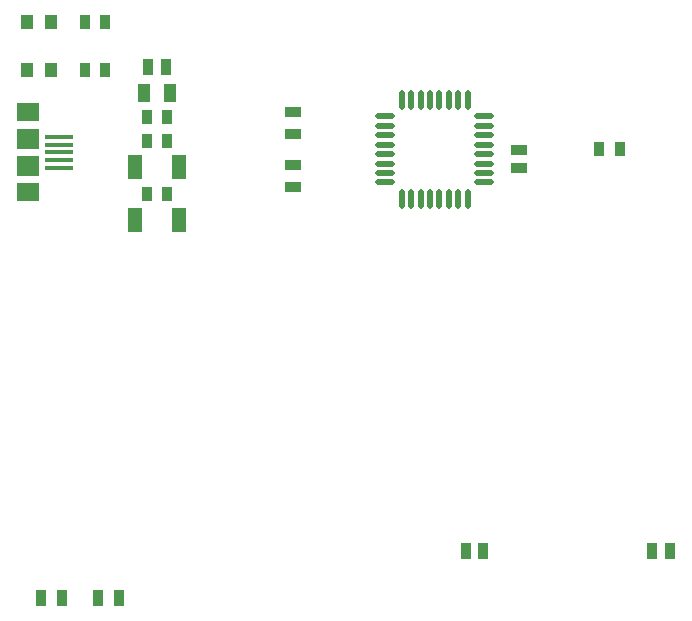
<source format=gbr>
%TF.GenerationSoftware,Altium Limited,Altium Designer,20.2.6 (244)*%
G04 Layer_Color=8421504*
%FSLAX26Y26*%
%MOIN*%
%TF.SameCoordinates,5A7C1849-F1A5-4743-A48D-7E663CB7BB3B*%
%TF.FilePolarity,Positive*%
%TF.FileFunction,Paste,Top*%
%TF.Part,Single*%
G01*
G75*
%TA.AperFunction,SMDPad,CuDef*%
%ADD10O,0.021654X0.064961*%
%ADD11O,0.064961X0.021654*%
%ADD12R,0.037402X0.055118*%
%ADD13R,0.053150X0.037402*%
%ADD14R,0.055118X0.037402*%
%ADD15R,0.037402X0.053150*%
%TA.AperFunction,ConnectorPad*%
%ADD16R,0.098000X0.015748*%
%ADD17R,0.074803X0.070866*%
%TA.AperFunction,SMDPad,CuDef*%
%ADD18R,0.039370X0.059055*%
%ADD19R,0.031752X0.051505*%
%ADD20R,0.049213X0.078740*%
%ADD21R,0.043307X0.047244*%
%TA.AperFunction,Conductor*%
%ADD29R,0.074803X0.062008*%
D10*
X1307087Y1720473D02*
D03*
X1338583D02*
D03*
X1370079D02*
D03*
X1401575D02*
D03*
X1433071D02*
D03*
X1464567D02*
D03*
X1496063D02*
D03*
X1527559D02*
D03*
Y1389764D02*
D03*
X1496063D02*
D03*
X1464567D02*
D03*
X1433071D02*
D03*
X1401575D02*
D03*
X1370079D02*
D03*
X1338583D02*
D03*
X1307087D02*
D03*
D11*
X1582677Y1665354D02*
D03*
Y1633858D02*
D03*
Y1602362D02*
D03*
Y1570866D02*
D03*
Y1539370D02*
D03*
Y1507874D02*
D03*
Y1476378D02*
D03*
Y1444882D02*
D03*
X1251968D02*
D03*
Y1476378D02*
D03*
Y1507874D02*
D03*
Y1539370D02*
D03*
Y1570866D02*
D03*
Y1602362D02*
D03*
Y1633858D02*
D03*
Y1665354D02*
D03*
D12*
X366417Y60000D02*
D03*
X293583D02*
D03*
X176417D02*
D03*
X103583D02*
D03*
D13*
X1696968Y1553150D02*
D03*
Y1494094D02*
D03*
D14*
X944882Y1607284D02*
D03*
Y1680118D02*
D03*
Y1502953D02*
D03*
Y1430118D02*
D03*
D15*
X2142441Y216535D02*
D03*
X2201496D02*
D03*
X1579528D02*
D03*
X1520472D02*
D03*
X462598Y1830709D02*
D03*
X521654D02*
D03*
D16*
X165945Y1519685D02*
D03*
Y1545275D02*
D03*
Y1494094D02*
D03*
Y1570866D02*
D03*
Y1596457D02*
D03*
D17*
X60630Y1590551D02*
D03*
Y1500000D02*
D03*
D18*
X535433Y1742126D02*
D03*
X448819D02*
D03*
D19*
X525624Y1663386D02*
D03*
X458628D02*
D03*
X525624Y1584646D02*
D03*
X458628D02*
D03*
X525624Y1407480D02*
D03*
X458628D02*
D03*
X2033498Y1555118D02*
D03*
X1966502D02*
D03*
X251935Y1820866D02*
D03*
X318931D02*
D03*
X251935Y1978347D02*
D03*
X318931D02*
D03*
D20*
X565945Y1318898D02*
D03*
X418307D02*
D03*
X565945Y1496063D02*
D03*
X418307D02*
D03*
D21*
X57087Y1820866D02*
D03*
X139764D02*
D03*
X57087Y1978347D02*
D03*
X139764D02*
D03*
D29*
X60629Y1411910D02*
D03*
X60630Y1678641D02*
D03*
%TF.MD5,3101ca58324c10c5f13d8636b2aec071*%
M02*

</source>
